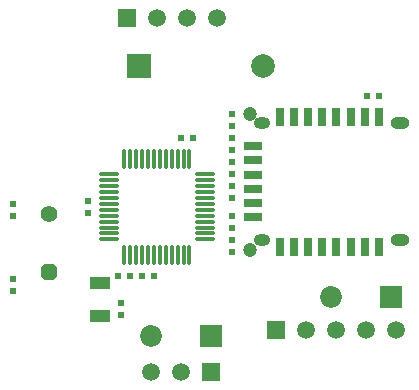
<source format=gbr>
G04 Layer_Color=255*
%FSLAX42Y42*%
%MOMM*%
%TF.FileFunction,Pads,Bot*%
%TF.Part,Single*%
G01*
G75*
%TA.AperFunction,SMDPad,CuDef*%
%ADD13R,0.60X0.50*%
%ADD14R,0.50X0.60*%
%TA.AperFunction,ComponentPad*%
%ADD18C,1.85*%
%ADD19R,1.85X1.85*%
G04:AMPARAMS|DCode=20|XSize=1.4mm|YSize=1.4mm|CornerRadius=0mm|HoleSize=0mm|Usage=FLASHONLY|Rotation=90.000|XOffset=0mm|YOffset=0mm|HoleType=Round|Shape=Octagon|*
%AMOCTAGOND20*
4,1,8,0.35,0.70,-0.35,0.70,-0.70,0.35,-0.70,-0.35,-0.35,-0.70,0.35,-0.70,0.70,-0.35,0.70,0.35,0.35,0.70,0.0*
%
%ADD20OCTAGOND20*%

%ADD21C,1.40*%
%ADD22C,2.00*%
%ADD23R,2.00X2.00*%
%ADD24C,1.50*%
%ADD25R,1.50X1.50*%
%TA.AperFunction,SMDPad,CuDef*%
%ADD27R,1.80X1.00*%
%ADD28O,0.30X1.80*%
%ADD29O,1.80X0.30*%
%ADD30C,1.20*%
%ADD31R,0.80X1.50*%
%ADD32R,1.50X0.80*%
%ADD33O,1.60X1.00*%
%ADD34O,1.40X1.00*%
D13*
X3225Y2642D02*
D03*
X3125D02*
D03*
X1219Y1118D02*
D03*
X1319D02*
D03*
X1017D02*
D03*
X1117D02*
D03*
X1650Y2286D02*
D03*
X1550D02*
D03*
D14*
X762Y1652D02*
D03*
Y1752D02*
D03*
X1981Y1321D02*
D03*
Y1421D02*
D03*
X1041Y788D02*
D03*
Y888D02*
D03*
X127Y1726D02*
D03*
Y1626D02*
D03*
Y991D02*
D03*
Y1091D02*
D03*
X1981Y2082D02*
D03*
Y1982D02*
D03*
Y2487D02*
D03*
Y2387D02*
D03*
Y1624D02*
D03*
Y1524D02*
D03*
Y1778D02*
D03*
Y1878D02*
D03*
Y2186D02*
D03*
Y2286D02*
D03*
D18*
X1295Y610D02*
D03*
X2819Y940D02*
D03*
D19*
X1803Y610D02*
D03*
X3327Y940D02*
D03*
D20*
X432Y1153D02*
D03*
D21*
Y1641D02*
D03*
D22*
X2240Y2896D02*
D03*
D23*
X1194D02*
D03*
D24*
X1854Y3302D02*
D03*
X1600D02*
D03*
X1346D02*
D03*
X1549Y305D02*
D03*
X1295D02*
D03*
X3374Y660D02*
D03*
X3120D02*
D03*
X2866D02*
D03*
X2612D02*
D03*
D25*
X1092Y3302D02*
D03*
X1803Y305D02*
D03*
X2358Y660D02*
D03*
D27*
X864Y775D02*
D03*
Y1054D02*
D03*
D28*
X1071Y1297D02*
D03*
X1121D02*
D03*
X1171D02*
D03*
X1221D02*
D03*
X1271D02*
D03*
X1321D02*
D03*
X1371D02*
D03*
X1421D02*
D03*
X1471D02*
D03*
X1521D02*
D03*
X1571D02*
D03*
X1621D02*
D03*
Y2107D02*
D03*
X1571D02*
D03*
X1521D02*
D03*
X1471D02*
D03*
X1421D02*
D03*
X1371D02*
D03*
X1321D02*
D03*
X1271D02*
D03*
X1221D02*
D03*
X1171D02*
D03*
X1121D02*
D03*
X1071D02*
D03*
D29*
X1751Y1427D02*
D03*
Y1477D02*
D03*
Y1527D02*
D03*
Y1577D02*
D03*
Y1627D02*
D03*
Y1677D02*
D03*
Y1727D02*
D03*
Y1777D02*
D03*
Y1827D02*
D03*
Y1877D02*
D03*
Y1927D02*
D03*
Y1977D02*
D03*
X941D02*
D03*
Y1927D02*
D03*
Y1877D02*
D03*
Y1827D02*
D03*
Y1777D02*
D03*
Y1727D02*
D03*
Y1677D02*
D03*
Y1627D02*
D03*
Y1577D02*
D03*
Y1527D02*
D03*
Y1477D02*
D03*
Y1427D02*
D03*
D30*
X2135Y2490D02*
D03*
Y1340D02*
D03*
D31*
X2385Y1365D02*
D03*
X2505D02*
D03*
X2625D02*
D03*
X2745D02*
D03*
X2865D02*
D03*
X2985D02*
D03*
X3105D02*
D03*
X3225D02*
D03*
Y2465D02*
D03*
X3105D02*
D03*
X2985D02*
D03*
X2865D02*
D03*
X2745D02*
D03*
X2625D02*
D03*
X2505D02*
D03*
X2385D02*
D03*
D32*
X2160Y1615D02*
D03*
Y1735D02*
D03*
Y1855D02*
D03*
Y1975D02*
D03*
Y2095D02*
D03*
Y2215D02*
D03*
D33*
X3405Y1420D02*
D03*
Y2410D02*
D03*
D34*
X2235Y1420D02*
D03*
Y2410D02*
D03*
%TF.MD5,133576e575113e448f6106f07ad6baa5*%
M02*

</source>
